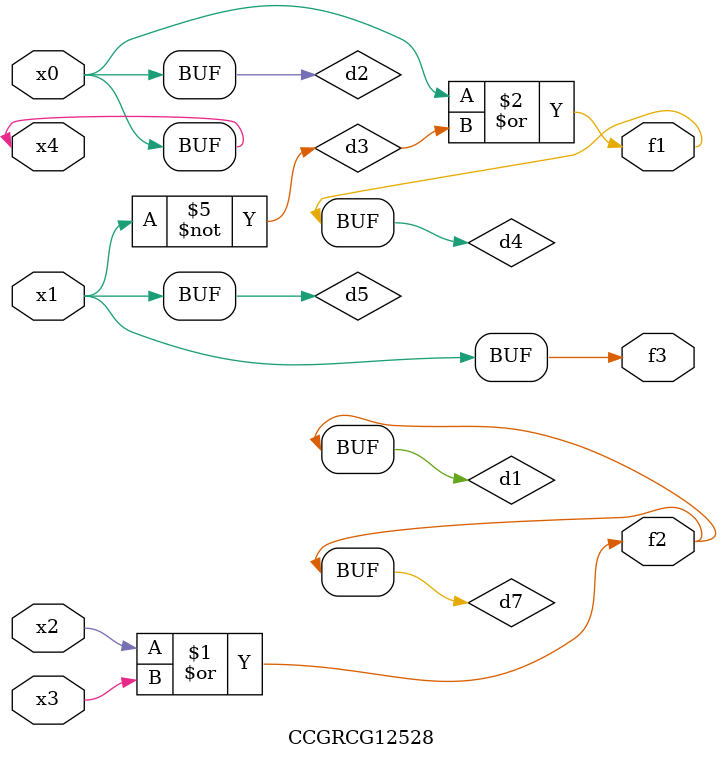
<source format=v>
module CCGRCG12528(
	input x0, x1, x2, x3, x4,
	output f1, f2, f3
);

	wire d1, d2, d3, d4, d5, d6, d7;

	or (d1, x2, x3);
	buf (d2, x0, x4);
	not (d3, x1);
	or (d4, d2, d3);
	not (d5, d3);
	nand (d6, d1, d3);
	or (d7, d1);
	assign f1 = d4;
	assign f2 = d7;
	assign f3 = d5;
endmodule

</source>
